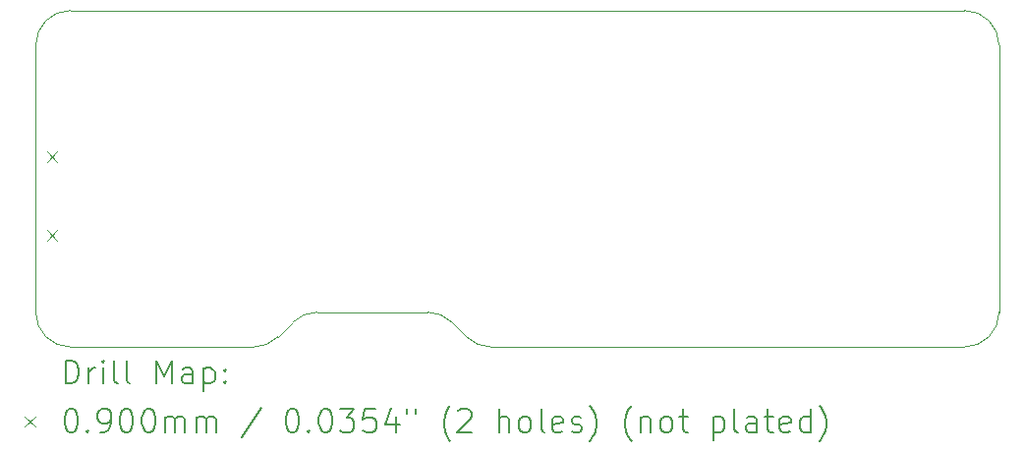
<source format=gbr>
%TF.GenerationSoftware,KiCad,Pcbnew,8.0.7*%
%TF.CreationDate,2025-04-02T16:36:21-05:00*%
%TF.ProjectId,love-letters,6c6f7665-2d6c-4657-9474-6572732e6b69,rev?*%
%TF.SameCoordinates,Original*%
%TF.FileFunction,Drillmap*%
%TF.FilePolarity,Positive*%
%FSLAX45Y45*%
G04 Gerber Fmt 4.5, Leading zero omitted, Abs format (unit mm)*
G04 Created by KiCad (PCBNEW 8.0.7) date 2025-04-02 16:36:21*
%MOMM*%
%LPD*%
G01*
G04 APERTURE LIST*
%ADD10C,0.050000*%
%ADD11C,0.200000*%
%ADD12C,0.100000*%
G04 APERTURE END LIST*
D10*
X7724264Y-7300000D02*
X11800000Y-7300000D01*
X6012132Y-7087868D02*
X5887868Y-7212132D01*
X6224264Y-7000000D02*
X7175736Y-7000000D01*
X7175736Y-7000000D02*
G75*
G02*
X7387866Y-7087870I4J-299980D01*
G01*
X7387868Y-7087868D02*
X7512132Y-7212132D01*
X6012132Y-7087868D02*
G75*
G02*
X6224264Y-7000003I212128J-212132D01*
G01*
X12100000Y-7000000D02*
G75*
G02*
X11800000Y-7300000I-300000J0D01*
G01*
X4100000Y-7300000D02*
G75*
G02*
X3800000Y-7000000I0J300000D01*
G01*
X11800000Y-4400000D02*
G75*
G02*
X12100000Y-4700000I0J-300000D01*
G01*
X7724264Y-7300000D02*
G75*
G02*
X7512134Y-7212130I-4J299980D01*
G01*
X3800000Y-4700000D02*
G75*
G02*
X4100000Y-4400000I300000J0D01*
G01*
X12100000Y-4700000D02*
X12100000Y-7000000D01*
X4100000Y-4400000D02*
X11800000Y-4400000D01*
X5675736Y-7300000D02*
X4100000Y-7300000D01*
X5887868Y-7212132D02*
G75*
G02*
X5675736Y-7299998I-212138J212152D01*
G01*
X3800000Y-7000000D02*
X3800000Y-4700000D01*
D11*
D12*
X3895000Y-5615000D02*
X3985000Y-5705000D01*
X3985000Y-5615000D02*
X3895000Y-5705000D01*
X3895000Y-6295000D02*
X3985000Y-6385000D01*
X3985000Y-6295000D02*
X3895000Y-6385000D01*
D11*
X4058277Y-7613984D02*
X4058277Y-7413984D01*
X4058277Y-7413984D02*
X4105896Y-7413984D01*
X4105896Y-7413984D02*
X4134467Y-7423508D01*
X4134467Y-7423508D02*
X4153515Y-7442555D01*
X4153515Y-7442555D02*
X4163039Y-7461603D01*
X4163039Y-7461603D02*
X4172562Y-7499698D01*
X4172562Y-7499698D02*
X4172562Y-7528269D01*
X4172562Y-7528269D02*
X4163039Y-7566365D01*
X4163039Y-7566365D02*
X4153515Y-7585412D01*
X4153515Y-7585412D02*
X4134467Y-7604460D01*
X4134467Y-7604460D02*
X4105896Y-7613984D01*
X4105896Y-7613984D02*
X4058277Y-7613984D01*
X4258277Y-7613984D02*
X4258277Y-7480650D01*
X4258277Y-7518746D02*
X4267801Y-7499698D01*
X4267801Y-7499698D02*
X4277324Y-7490174D01*
X4277324Y-7490174D02*
X4296372Y-7480650D01*
X4296372Y-7480650D02*
X4315420Y-7480650D01*
X4382086Y-7613984D02*
X4382086Y-7480650D01*
X4382086Y-7413984D02*
X4372563Y-7423508D01*
X4372563Y-7423508D02*
X4382086Y-7433031D01*
X4382086Y-7433031D02*
X4391610Y-7423508D01*
X4391610Y-7423508D02*
X4382086Y-7413984D01*
X4382086Y-7413984D02*
X4382086Y-7433031D01*
X4505896Y-7613984D02*
X4486848Y-7604460D01*
X4486848Y-7604460D02*
X4477324Y-7585412D01*
X4477324Y-7585412D02*
X4477324Y-7413984D01*
X4610658Y-7613984D02*
X4591610Y-7604460D01*
X4591610Y-7604460D02*
X4582086Y-7585412D01*
X4582086Y-7585412D02*
X4582086Y-7413984D01*
X4839229Y-7613984D02*
X4839229Y-7413984D01*
X4839229Y-7413984D02*
X4905896Y-7556841D01*
X4905896Y-7556841D02*
X4972563Y-7413984D01*
X4972563Y-7413984D02*
X4972563Y-7613984D01*
X5153515Y-7613984D02*
X5153515Y-7509222D01*
X5153515Y-7509222D02*
X5143991Y-7490174D01*
X5143991Y-7490174D02*
X5124944Y-7480650D01*
X5124944Y-7480650D02*
X5086848Y-7480650D01*
X5086848Y-7480650D02*
X5067801Y-7490174D01*
X5153515Y-7604460D02*
X5134467Y-7613984D01*
X5134467Y-7613984D02*
X5086848Y-7613984D01*
X5086848Y-7613984D02*
X5067801Y-7604460D01*
X5067801Y-7604460D02*
X5058277Y-7585412D01*
X5058277Y-7585412D02*
X5058277Y-7566365D01*
X5058277Y-7566365D02*
X5067801Y-7547317D01*
X5067801Y-7547317D02*
X5086848Y-7537793D01*
X5086848Y-7537793D02*
X5134467Y-7537793D01*
X5134467Y-7537793D02*
X5153515Y-7528269D01*
X5248753Y-7480650D02*
X5248753Y-7680650D01*
X5248753Y-7490174D02*
X5267801Y-7480650D01*
X5267801Y-7480650D02*
X5305896Y-7480650D01*
X5305896Y-7480650D02*
X5324944Y-7490174D01*
X5324944Y-7490174D02*
X5334467Y-7499698D01*
X5334467Y-7499698D02*
X5343991Y-7518746D01*
X5343991Y-7518746D02*
X5343991Y-7575888D01*
X5343991Y-7575888D02*
X5334467Y-7594936D01*
X5334467Y-7594936D02*
X5324944Y-7604460D01*
X5324944Y-7604460D02*
X5305896Y-7613984D01*
X5305896Y-7613984D02*
X5267801Y-7613984D01*
X5267801Y-7613984D02*
X5248753Y-7604460D01*
X5429705Y-7594936D02*
X5439229Y-7604460D01*
X5439229Y-7604460D02*
X5429705Y-7613984D01*
X5429705Y-7613984D02*
X5420182Y-7604460D01*
X5420182Y-7604460D02*
X5429705Y-7594936D01*
X5429705Y-7594936D02*
X5429705Y-7613984D01*
X5429705Y-7490174D02*
X5439229Y-7499698D01*
X5439229Y-7499698D02*
X5429705Y-7509222D01*
X5429705Y-7509222D02*
X5420182Y-7499698D01*
X5420182Y-7499698D02*
X5429705Y-7490174D01*
X5429705Y-7490174D02*
X5429705Y-7509222D01*
D12*
X3707500Y-7897500D02*
X3797500Y-7987500D01*
X3797500Y-7897500D02*
X3707500Y-7987500D01*
D11*
X4096372Y-7833984D02*
X4115420Y-7833984D01*
X4115420Y-7833984D02*
X4134467Y-7843508D01*
X4134467Y-7843508D02*
X4143991Y-7853031D01*
X4143991Y-7853031D02*
X4153515Y-7872079D01*
X4153515Y-7872079D02*
X4163039Y-7910174D01*
X4163039Y-7910174D02*
X4163039Y-7957793D01*
X4163039Y-7957793D02*
X4153515Y-7995888D01*
X4153515Y-7995888D02*
X4143991Y-8014936D01*
X4143991Y-8014936D02*
X4134467Y-8024460D01*
X4134467Y-8024460D02*
X4115420Y-8033984D01*
X4115420Y-8033984D02*
X4096372Y-8033984D01*
X4096372Y-8033984D02*
X4077324Y-8024460D01*
X4077324Y-8024460D02*
X4067801Y-8014936D01*
X4067801Y-8014936D02*
X4058277Y-7995888D01*
X4058277Y-7995888D02*
X4048753Y-7957793D01*
X4048753Y-7957793D02*
X4048753Y-7910174D01*
X4048753Y-7910174D02*
X4058277Y-7872079D01*
X4058277Y-7872079D02*
X4067801Y-7853031D01*
X4067801Y-7853031D02*
X4077324Y-7843508D01*
X4077324Y-7843508D02*
X4096372Y-7833984D01*
X4248753Y-8014936D02*
X4258277Y-8024460D01*
X4258277Y-8024460D02*
X4248753Y-8033984D01*
X4248753Y-8033984D02*
X4239229Y-8024460D01*
X4239229Y-8024460D02*
X4248753Y-8014936D01*
X4248753Y-8014936D02*
X4248753Y-8033984D01*
X4353515Y-8033984D02*
X4391610Y-8033984D01*
X4391610Y-8033984D02*
X4410658Y-8024460D01*
X4410658Y-8024460D02*
X4420182Y-8014936D01*
X4420182Y-8014936D02*
X4439229Y-7986365D01*
X4439229Y-7986365D02*
X4448753Y-7948269D01*
X4448753Y-7948269D02*
X4448753Y-7872079D01*
X4448753Y-7872079D02*
X4439229Y-7853031D01*
X4439229Y-7853031D02*
X4429705Y-7843508D01*
X4429705Y-7843508D02*
X4410658Y-7833984D01*
X4410658Y-7833984D02*
X4372563Y-7833984D01*
X4372563Y-7833984D02*
X4353515Y-7843508D01*
X4353515Y-7843508D02*
X4343991Y-7853031D01*
X4343991Y-7853031D02*
X4334467Y-7872079D01*
X4334467Y-7872079D02*
X4334467Y-7919698D01*
X4334467Y-7919698D02*
X4343991Y-7938746D01*
X4343991Y-7938746D02*
X4353515Y-7948269D01*
X4353515Y-7948269D02*
X4372563Y-7957793D01*
X4372563Y-7957793D02*
X4410658Y-7957793D01*
X4410658Y-7957793D02*
X4429705Y-7948269D01*
X4429705Y-7948269D02*
X4439229Y-7938746D01*
X4439229Y-7938746D02*
X4448753Y-7919698D01*
X4572563Y-7833984D02*
X4591610Y-7833984D01*
X4591610Y-7833984D02*
X4610658Y-7843508D01*
X4610658Y-7843508D02*
X4620182Y-7853031D01*
X4620182Y-7853031D02*
X4629705Y-7872079D01*
X4629705Y-7872079D02*
X4639229Y-7910174D01*
X4639229Y-7910174D02*
X4639229Y-7957793D01*
X4639229Y-7957793D02*
X4629705Y-7995888D01*
X4629705Y-7995888D02*
X4620182Y-8014936D01*
X4620182Y-8014936D02*
X4610658Y-8024460D01*
X4610658Y-8024460D02*
X4591610Y-8033984D01*
X4591610Y-8033984D02*
X4572563Y-8033984D01*
X4572563Y-8033984D02*
X4553515Y-8024460D01*
X4553515Y-8024460D02*
X4543991Y-8014936D01*
X4543991Y-8014936D02*
X4534467Y-7995888D01*
X4534467Y-7995888D02*
X4524944Y-7957793D01*
X4524944Y-7957793D02*
X4524944Y-7910174D01*
X4524944Y-7910174D02*
X4534467Y-7872079D01*
X4534467Y-7872079D02*
X4543991Y-7853031D01*
X4543991Y-7853031D02*
X4553515Y-7843508D01*
X4553515Y-7843508D02*
X4572563Y-7833984D01*
X4763039Y-7833984D02*
X4782086Y-7833984D01*
X4782086Y-7833984D02*
X4801134Y-7843508D01*
X4801134Y-7843508D02*
X4810658Y-7853031D01*
X4810658Y-7853031D02*
X4820182Y-7872079D01*
X4820182Y-7872079D02*
X4829705Y-7910174D01*
X4829705Y-7910174D02*
X4829705Y-7957793D01*
X4829705Y-7957793D02*
X4820182Y-7995888D01*
X4820182Y-7995888D02*
X4810658Y-8014936D01*
X4810658Y-8014936D02*
X4801134Y-8024460D01*
X4801134Y-8024460D02*
X4782086Y-8033984D01*
X4782086Y-8033984D02*
X4763039Y-8033984D01*
X4763039Y-8033984D02*
X4743991Y-8024460D01*
X4743991Y-8024460D02*
X4734467Y-8014936D01*
X4734467Y-8014936D02*
X4724944Y-7995888D01*
X4724944Y-7995888D02*
X4715420Y-7957793D01*
X4715420Y-7957793D02*
X4715420Y-7910174D01*
X4715420Y-7910174D02*
X4724944Y-7872079D01*
X4724944Y-7872079D02*
X4734467Y-7853031D01*
X4734467Y-7853031D02*
X4743991Y-7843508D01*
X4743991Y-7843508D02*
X4763039Y-7833984D01*
X4915420Y-8033984D02*
X4915420Y-7900650D01*
X4915420Y-7919698D02*
X4924944Y-7910174D01*
X4924944Y-7910174D02*
X4943991Y-7900650D01*
X4943991Y-7900650D02*
X4972563Y-7900650D01*
X4972563Y-7900650D02*
X4991610Y-7910174D01*
X4991610Y-7910174D02*
X5001134Y-7929222D01*
X5001134Y-7929222D02*
X5001134Y-8033984D01*
X5001134Y-7929222D02*
X5010658Y-7910174D01*
X5010658Y-7910174D02*
X5029705Y-7900650D01*
X5029705Y-7900650D02*
X5058277Y-7900650D01*
X5058277Y-7900650D02*
X5077325Y-7910174D01*
X5077325Y-7910174D02*
X5086848Y-7929222D01*
X5086848Y-7929222D02*
X5086848Y-8033984D01*
X5182086Y-8033984D02*
X5182086Y-7900650D01*
X5182086Y-7919698D02*
X5191610Y-7910174D01*
X5191610Y-7910174D02*
X5210658Y-7900650D01*
X5210658Y-7900650D02*
X5239229Y-7900650D01*
X5239229Y-7900650D02*
X5258277Y-7910174D01*
X5258277Y-7910174D02*
X5267801Y-7929222D01*
X5267801Y-7929222D02*
X5267801Y-8033984D01*
X5267801Y-7929222D02*
X5277325Y-7910174D01*
X5277325Y-7910174D02*
X5296372Y-7900650D01*
X5296372Y-7900650D02*
X5324944Y-7900650D01*
X5324944Y-7900650D02*
X5343991Y-7910174D01*
X5343991Y-7910174D02*
X5353515Y-7929222D01*
X5353515Y-7929222D02*
X5353515Y-8033984D01*
X5743991Y-7824460D02*
X5572563Y-8081603D01*
X6001134Y-7833984D02*
X6020182Y-7833984D01*
X6020182Y-7833984D02*
X6039229Y-7843508D01*
X6039229Y-7843508D02*
X6048753Y-7853031D01*
X6048753Y-7853031D02*
X6058277Y-7872079D01*
X6058277Y-7872079D02*
X6067801Y-7910174D01*
X6067801Y-7910174D02*
X6067801Y-7957793D01*
X6067801Y-7957793D02*
X6058277Y-7995888D01*
X6058277Y-7995888D02*
X6048753Y-8014936D01*
X6048753Y-8014936D02*
X6039229Y-8024460D01*
X6039229Y-8024460D02*
X6020182Y-8033984D01*
X6020182Y-8033984D02*
X6001134Y-8033984D01*
X6001134Y-8033984D02*
X5982086Y-8024460D01*
X5982086Y-8024460D02*
X5972563Y-8014936D01*
X5972563Y-8014936D02*
X5963039Y-7995888D01*
X5963039Y-7995888D02*
X5953515Y-7957793D01*
X5953515Y-7957793D02*
X5953515Y-7910174D01*
X5953515Y-7910174D02*
X5963039Y-7872079D01*
X5963039Y-7872079D02*
X5972563Y-7853031D01*
X5972563Y-7853031D02*
X5982086Y-7843508D01*
X5982086Y-7843508D02*
X6001134Y-7833984D01*
X6153515Y-8014936D02*
X6163039Y-8024460D01*
X6163039Y-8024460D02*
X6153515Y-8033984D01*
X6153515Y-8033984D02*
X6143991Y-8024460D01*
X6143991Y-8024460D02*
X6153515Y-8014936D01*
X6153515Y-8014936D02*
X6153515Y-8033984D01*
X6286848Y-7833984D02*
X6305896Y-7833984D01*
X6305896Y-7833984D02*
X6324944Y-7843508D01*
X6324944Y-7843508D02*
X6334467Y-7853031D01*
X6334467Y-7853031D02*
X6343991Y-7872079D01*
X6343991Y-7872079D02*
X6353515Y-7910174D01*
X6353515Y-7910174D02*
X6353515Y-7957793D01*
X6353515Y-7957793D02*
X6343991Y-7995888D01*
X6343991Y-7995888D02*
X6334467Y-8014936D01*
X6334467Y-8014936D02*
X6324944Y-8024460D01*
X6324944Y-8024460D02*
X6305896Y-8033984D01*
X6305896Y-8033984D02*
X6286848Y-8033984D01*
X6286848Y-8033984D02*
X6267801Y-8024460D01*
X6267801Y-8024460D02*
X6258277Y-8014936D01*
X6258277Y-8014936D02*
X6248753Y-7995888D01*
X6248753Y-7995888D02*
X6239229Y-7957793D01*
X6239229Y-7957793D02*
X6239229Y-7910174D01*
X6239229Y-7910174D02*
X6248753Y-7872079D01*
X6248753Y-7872079D02*
X6258277Y-7853031D01*
X6258277Y-7853031D02*
X6267801Y-7843508D01*
X6267801Y-7843508D02*
X6286848Y-7833984D01*
X6420182Y-7833984D02*
X6543991Y-7833984D01*
X6543991Y-7833984D02*
X6477325Y-7910174D01*
X6477325Y-7910174D02*
X6505896Y-7910174D01*
X6505896Y-7910174D02*
X6524944Y-7919698D01*
X6524944Y-7919698D02*
X6534467Y-7929222D01*
X6534467Y-7929222D02*
X6543991Y-7948269D01*
X6543991Y-7948269D02*
X6543991Y-7995888D01*
X6543991Y-7995888D02*
X6534467Y-8014936D01*
X6534467Y-8014936D02*
X6524944Y-8024460D01*
X6524944Y-8024460D02*
X6505896Y-8033984D01*
X6505896Y-8033984D02*
X6448753Y-8033984D01*
X6448753Y-8033984D02*
X6429706Y-8024460D01*
X6429706Y-8024460D02*
X6420182Y-8014936D01*
X6724944Y-7833984D02*
X6629706Y-7833984D01*
X6629706Y-7833984D02*
X6620182Y-7929222D01*
X6620182Y-7929222D02*
X6629706Y-7919698D01*
X6629706Y-7919698D02*
X6648753Y-7910174D01*
X6648753Y-7910174D02*
X6696372Y-7910174D01*
X6696372Y-7910174D02*
X6715420Y-7919698D01*
X6715420Y-7919698D02*
X6724944Y-7929222D01*
X6724944Y-7929222D02*
X6734467Y-7948269D01*
X6734467Y-7948269D02*
X6734467Y-7995888D01*
X6734467Y-7995888D02*
X6724944Y-8014936D01*
X6724944Y-8014936D02*
X6715420Y-8024460D01*
X6715420Y-8024460D02*
X6696372Y-8033984D01*
X6696372Y-8033984D02*
X6648753Y-8033984D01*
X6648753Y-8033984D02*
X6629706Y-8024460D01*
X6629706Y-8024460D02*
X6620182Y-8014936D01*
X6905896Y-7900650D02*
X6905896Y-8033984D01*
X6858277Y-7824460D02*
X6810658Y-7967317D01*
X6810658Y-7967317D02*
X6934467Y-7967317D01*
X7001134Y-7833984D02*
X7001134Y-7872079D01*
X7077325Y-7833984D02*
X7077325Y-7872079D01*
X7372563Y-8110174D02*
X7363039Y-8100650D01*
X7363039Y-8100650D02*
X7343991Y-8072079D01*
X7343991Y-8072079D02*
X7334468Y-8053031D01*
X7334468Y-8053031D02*
X7324944Y-8024460D01*
X7324944Y-8024460D02*
X7315420Y-7976841D01*
X7315420Y-7976841D02*
X7315420Y-7938746D01*
X7315420Y-7938746D02*
X7324944Y-7891127D01*
X7324944Y-7891127D02*
X7334468Y-7862555D01*
X7334468Y-7862555D02*
X7343991Y-7843508D01*
X7343991Y-7843508D02*
X7363039Y-7814936D01*
X7363039Y-7814936D02*
X7372563Y-7805412D01*
X7439229Y-7853031D02*
X7448753Y-7843508D01*
X7448753Y-7843508D02*
X7467801Y-7833984D01*
X7467801Y-7833984D02*
X7515420Y-7833984D01*
X7515420Y-7833984D02*
X7534468Y-7843508D01*
X7534468Y-7843508D02*
X7543991Y-7853031D01*
X7543991Y-7853031D02*
X7553515Y-7872079D01*
X7553515Y-7872079D02*
X7553515Y-7891127D01*
X7553515Y-7891127D02*
X7543991Y-7919698D01*
X7543991Y-7919698D02*
X7429706Y-8033984D01*
X7429706Y-8033984D02*
X7553515Y-8033984D01*
X7791610Y-8033984D02*
X7791610Y-7833984D01*
X7877325Y-8033984D02*
X7877325Y-7929222D01*
X7877325Y-7929222D02*
X7867801Y-7910174D01*
X7867801Y-7910174D02*
X7848753Y-7900650D01*
X7848753Y-7900650D02*
X7820182Y-7900650D01*
X7820182Y-7900650D02*
X7801134Y-7910174D01*
X7801134Y-7910174D02*
X7791610Y-7919698D01*
X8001134Y-8033984D02*
X7982087Y-8024460D01*
X7982087Y-8024460D02*
X7972563Y-8014936D01*
X7972563Y-8014936D02*
X7963039Y-7995888D01*
X7963039Y-7995888D02*
X7963039Y-7938746D01*
X7963039Y-7938746D02*
X7972563Y-7919698D01*
X7972563Y-7919698D02*
X7982087Y-7910174D01*
X7982087Y-7910174D02*
X8001134Y-7900650D01*
X8001134Y-7900650D02*
X8029706Y-7900650D01*
X8029706Y-7900650D02*
X8048753Y-7910174D01*
X8048753Y-7910174D02*
X8058277Y-7919698D01*
X8058277Y-7919698D02*
X8067801Y-7938746D01*
X8067801Y-7938746D02*
X8067801Y-7995888D01*
X8067801Y-7995888D02*
X8058277Y-8014936D01*
X8058277Y-8014936D02*
X8048753Y-8024460D01*
X8048753Y-8024460D02*
X8029706Y-8033984D01*
X8029706Y-8033984D02*
X8001134Y-8033984D01*
X8182087Y-8033984D02*
X8163039Y-8024460D01*
X8163039Y-8024460D02*
X8153515Y-8005412D01*
X8153515Y-8005412D02*
X8153515Y-7833984D01*
X8334468Y-8024460D02*
X8315420Y-8033984D01*
X8315420Y-8033984D02*
X8277325Y-8033984D01*
X8277325Y-8033984D02*
X8258277Y-8024460D01*
X8258277Y-8024460D02*
X8248753Y-8005412D01*
X8248753Y-8005412D02*
X8248753Y-7929222D01*
X8248753Y-7929222D02*
X8258277Y-7910174D01*
X8258277Y-7910174D02*
X8277325Y-7900650D01*
X8277325Y-7900650D02*
X8315420Y-7900650D01*
X8315420Y-7900650D02*
X8334468Y-7910174D01*
X8334468Y-7910174D02*
X8343991Y-7929222D01*
X8343991Y-7929222D02*
X8343991Y-7948269D01*
X8343991Y-7948269D02*
X8248753Y-7967317D01*
X8420182Y-8024460D02*
X8439230Y-8033984D01*
X8439230Y-8033984D02*
X8477325Y-8033984D01*
X8477325Y-8033984D02*
X8496373Y-8024460D01*
X8496373Y-8024460D02*
X8505896Y-8005412D01*
X8505896Y-8005412D02*
X8505896Y-7995888D01*
X8505896Y-7995888D02*
X8496373Y-7976841D01*
X8496373Y-7976841D02*
X8477325Y-7967317D01*
X8477325Y-7967317D02*
X8448753Y-7967317D01*
X8448753Y-7967317D02*
X8429706Y-7957793D01*
X8429706Y-7957793D02*
X8420182Y-7938746D01*
X8420182Y-7938746D02*
X8420182Y-7929222D01*
X8420182Y-7929222D02*
X8429706Y-7910174D01*
X8429706Y-7910174D02*
X8448753Y-7900650D01*
X8448753Y-7900650D02*
X8477325Y-7900650D01*
X8477325Y-7900650D02*
X8496373Y-7910174D01*
X8572563Y-8110174D02*
X8582087Y-8100650D01*
X8582087Y-8100650D02*
X8601134Y-8072079D01*
X8601134Y-8072079D02*
X8610658Y-8053031D01*
X8610658Y-8053031D02*
X8620182Y-8024460D01*
X8620182Y-8024460D02*
X8629706Y-7976841D01*
X8629706Y-7976841D02*
X8629706Y-7938746D01*
X8629706Y-7938746D02*
X8620182Y-7891127D01*
X8620182Y-7891127D02*
X8610658Y-7862555D01*
X8610658Y-7862555D02*
X8601134Y-7843508D01*
X8601134Y-7843508D02*
X8582087Y-7814936D01*
X8582087Y-7814936D02*
X8572563Y-7805412D01*
X8934468Y-8110174D02*
X8924944Y-8100650D01*
X8924944Y-8100650D02*
X8905896Y-8072079D01*
X8905896Y-8072079D02*
X8896373Y-8053031D01*
X8896373Y-8053031D02*
X8886849Y-8024460D01*
X8886849Y-8024460D02*
X8877325Y-7976841D01*
X8877325Y-7976841D02*
X8877325Y-7938746D01*
X8877325Y-7938746D02*
X8886849Y-7891127D01*
X8886849Y-7891127D02*
X8896373Y-7862555D01*
X8896373Y-7862555D02*
X8905896Y-7843508D01*
X8905896Y-7843508D02*
X8924944Y-7814936D01*
X8924944Y-7814936D02*
X8934468Y-7805412D01*
X9010658Y-7900650D02*
X9010658Y-8033984D01*
X9010658Y-7919698D02*
X9020182Y-7910174D01*
X9020182Y-7910174D02*
X9039230Y-7900650D01*
X9039230Y-7900650D02*
X9067801Y-7900650D01*
X9067801Y-7900650D02*
X9086849Y-7910174D01*
X9086849Y-7910174D02*
X9096373Y-7929222D01*
X9096373Y-7929222D02*
X9096373Y-8033984D01*
X9220182Y-8033984D02*
X9201134Y-8024460D01*
X9201134Y-8024460D02*
X9191611Y-8014936D01*
X9191611Y-8014936D02*
X9182087Y-7995888D01*
X9182087Y-7995888D02*
X9182087Y-7938746D01*
X9182087Y-7938746D02*
X9191611Y-7919698D01*
X9191611Y-7919698D02*
X9201134Y-7910174D01*
X9201134Y-7910174D02*
X9220182Y-7900650D01*
X9220182Y-7900650D02*
X9248754Y-7900650D01*
X9248754Y-7900650D02*
X9267801Y-7910174D01*
X9267801Y-7910174D02*
X9277325Y-7919698D01*
X9277325Y-7919698D02*
X9286849Y-7938746D01*
X9286849Y-7938746D02*
X9286849Y-7995888D01*
X9286849Y-7995888D02*
X9277325Y-8014936D01*
X9277325Y-8014936D02*
X9267801Y-8024460D01*
X9267801Y-8024460D02*
X9248754Y-8033984D01*
X9248754Y-8033984D02*
X9220182Y-8033984D01*
X9343992Y-7900650D02*
X9420182Y-7900650D01*
X9372563Y-7833984D02*
X9372563Y-8005412D01*
X9372563Y-8005412D02*
X9382087Y-8024460D01*
X9382087Y-8024460D02*
X9401134Y-8033984D01*
X9401134Y-8033984D02*
X9420182Y-8033984D01*
X9639230Y-7900650D02*
X9639230Y-8100650D01*
X9639230Y-7910174D02*
X9658277Y-7900650D01*
X9658277Y-7900650D02*
X9696373Y-7900650D01*
X9696373Y-7900650D02*
X9715420Y-7910174D01*
X9715420Y-7910174D02*
X9724944Y-7919698D01*
X9724944Y-7919698D02*
X9734468Y-7938746D01*
X9734468Y-7938746D02*
X9734468Y-7995888D01*
X9734468Y-7995888D02*
X9724944Y-8014936D01*
X9724944Y-8014936D02*
X9715420Y-8024460D01*
X9715420Y-8024460D02*
X9696373Y-8033984D01*
X9696373Y-8033984D02*
X9658277Y-8033984D01*
X9658277Y-8033984D02*
X9639230Y-8024460D01*
X9848754Y-8033984D02*
X9829706Y-8024460D01*
X9829706Y-8024460D02*
X9820182Y-8005412D01*
X9820182Y-8005412D02*
X9820182Y-7833984D01*
X10010658Y-8033984D02*
X10010658Y-7929222D01*
X10010658Y-7929222D02*
X10001135Y-7910174D01*
X10001135Y-7910174D02*
X9982087Y-7900650D01*
X9982087Y-7900650D02*
X9943992Y-7900650D01*
X9943992Y-7900650D02*
X9924944Y-7910174D01*
X10010658Y-8024460D02*
X9991611Y-8033984D01*
X9991611Y-8033984D02*
X9943992Y-8033984D01*
X9943992Y-8033984D02*
X9924944Y-8024460D01*
X9924944Y-8024460D02*
X9915420Y-8005412D01*
X9915420Y-8005412D02*
X9915420Y-7986365D01*
X9915420Y-7986365D02*
X9924944Y-7967317D01*
X9924944Y-7967317D02*
X9943992Y-7957793D01*
X9943992Y-7957793D02*
X9991611Y-7957793D01*
X9991611Y-7957793D02*
X10010658Y-7948269D01*
X10077325Y-7900650D02*
X10153515Y-7900650D01*
X10105896Y-7833984D02*
X10105896Y-8005412D01*
X10105896Y-8005412D02*
X10115420Y-8024460D01*
X10115420Y-8024460D02*
X10134468Y-8033984D01*
X10134468Y-8033984D02*
X10153515Y-8033984D01*
X10296373Y-8024460D02*
X10277325Y-8033984D01*
X10277325Y-8033984D02*
X10239230Y-8033984D01*
X10239230Y-8033984D02*
X10220182Y-8024460D01*
X10220182Y-8024460D02*
X10210658Y-8005412D01*
X10210658Y-8005412D02*
X10210658Y-7929222D01*
X10210658Y-7929222D02*
X10220182Y-7910174D01*
X10220182Y-7910174D02*
X10239230Y-7900650D01*
X10239230Y-7900650D02*
X10277325Y-7900650D01*
X10277325Y-7900650D02*
X10296373Y-7910174D01*
X10296373Y-7910174D02*
X10305896Y-7929222D01*
X10305896Y-7929222D02*
X10305896Y-7948269D01*
X10305896Y-7948269D02*
X10210658Y-7967317D01*
X10477325Y-8033984D02*
X10477325Y-7833984D01*
X10477325Y-8024460D02*
X10458277Y-8033984D01*
X10458277Y-8033984D02*
X10420182Y-8033984D01*
X10420182Y-8033984D02*
X10401135Y-8024460D01*
X10401135Y-8024460D02*
X10391611Y-8014936D01*
X10391611Y-8014936D02*
X10382087Y-7995888D01*
X10382087Y-7995888D02*
X10382087Y-7938746D01*
X10382087Y-7938746D02*
X10391611Y-7919698D01*
X10391611Y-7919698D02*
X10401135Y-7910174D01*
X10401135Y-7910174D02*
X10420182Y-7900650D01*
X10420182Y-7900650D02*
X10458277Y-7900650D01*
X10458277Y-7900650D02*
X10477325Y-7910174D01*
X10553516Y-8110174D02*
X10563039Y-8100650D01*
X10563039Y-8100650D02*
X10582087Y-8072079D01*
X10582087Y-8072079D02*
X10591611Y-8053031D01*
X10591611Y-8053031D02*
X10601135Y-8024460D01*
X10601135Y-8024460D02*
X10610658Y-7976841D01*
X10610658Y-7976841D02*
X10610658Y-7938746D01*
X10610658Y-7938746D02*
X10601135Y-7891127D01*
X10601135Y-7891127D02*
X10591611Y-7862555D01*
X10591611Y-7862555D02*
X10582087Y-7843508D01*
X10582087Y-7843508D02*
X10563039Y-7814936D01*
X10563039Y-7814936D02*
X10553516Y-7805412D01*
M02*

</source>
